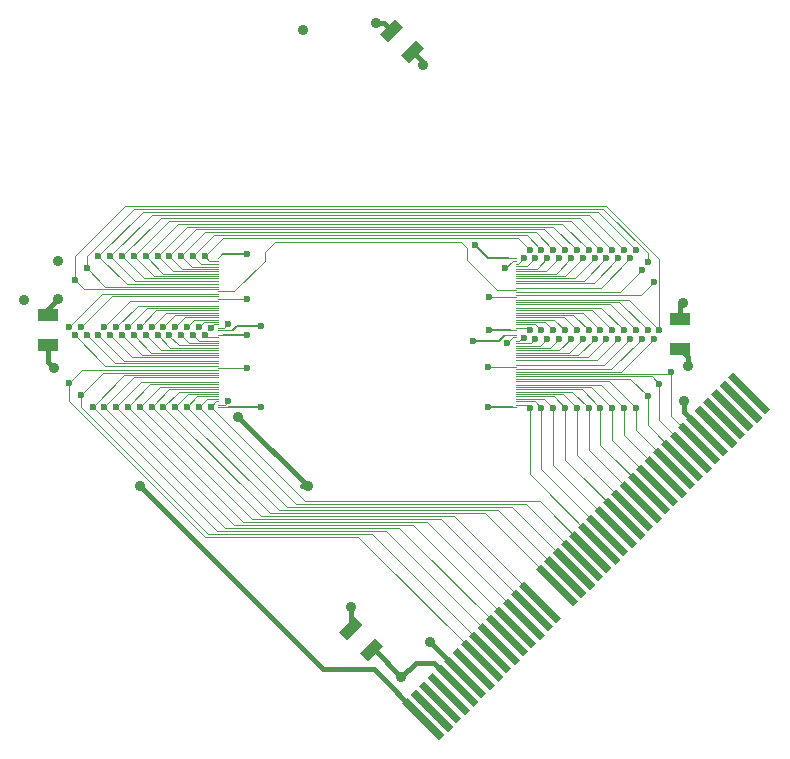
<source format=gtl>
G04 (created by PCBNEW-RS274X (2011-04-29 BZR 2986)-stable) date 6/8/2011 10:42:55 AM*
G01*
G70*
G90*
%MOIN*%
G04 Gerber Fmt 3.4, Leading zero omitted, Abs format*
%FSLAX34Y34*%
G04 APERTURE LIST*
%ADD10C,0.006000*%
%ADD11R,0.011800X0.004000*%
%ADD12R,0.070900X0.039400*%
%ADD13C,0.023600*%
%ADD14C,0.035000*%
%ADD15C,0.004000*%
%ADD16C,0.008000*%
%ADD17C,0.016000*%
G04 APERTURE END LIST*
G54D10*
G36*
X61397Y-32834D02*
X60158Y-31595D01*
X60327Y-31426D01*
X61566Y-32665D01*
X61397Y-32834D01*
X61397Y-32834D01*
G37*
G36*
X61675Y-32556D02*
X60436Y-31317D01*
X60605Y-31148D01*
X61844Y-32387D01*
X61675Y-32556D01*
X61675Y-32556D01*
G37*
G36*
X65851Y-28380D02*
X64612Y-27141D01*
X64781Y-26972D01*
X66020Y-28211D01*
X65851Y-28380D01*
X65851Y-28380D01*
G37*
G36*
X65573Y-28658D02*
X64334Y-27419D01*
X64503Y-27250D01*
X65742Y-28489D01*
X65573Y-28658D01*
X65573Y-28658D01*
G37*
G36*
X65295Y-28936D02*
X64056Y-27697D01*
X64225Y-27528D01*
X65464Y-28767D01*
X65295Y-28936D01*
X65295Y-28936D01*
G37*
G36*
X65016Y-29215D02*
X63777Y-27976D01*
X63946Y-27807D01*
X65185Y-29046D01*
X65016Y-29215D01*
X65016Y-29215D01*
G37*
G36*
X64738Y-29493D02*
X63499Y-28254D01*
X63668Y-28085D01*
X64907Y-29324D01*
X64738Y-29493D01*
X64738Y-29493D01*
G37*
G36*
X64180Y-30051D02*
X62941Y-28812D01*
X63110Y-28643D01*
X64349Y-29882D01*
X64180Y-30051D01*
X64180Y-30051D01*
G37*
G36*
X63903Y-30328D02*
X62664Y-29089D01*
X62833Y-28920D01*
X64072Y-30159D01*
X63903Y-30328D01*
X63903Y-30328D01*
G37*
G36*
X63624Y-30607D02*
X62385Y-29368D01*
X62554Y-29199D01*
X63793Y-30438D01*
X63624Y-30607D01*
X63624Y-30607D01*
G37*
G36*
X63345Y-30886D02*
X62106Y-29647D01*
X62275Y-29478D01*
X63514Y-30717D01*
X63345Y-30886D01*
X63345Y-30886D01*
G37*
G36*
X63067Y-31164D02*
X61828Y-29925D01*
X61997Y-29756D01*
X63236Y-30995D01*
X63067Y-31164D01*
X63067Y-31164D01*
G37*
G36*
X69470Y-24761D02*
X68231Y-23522D01*
X68400Y-23353D01*
X69639Y-24592D01*
X69470Y-24761D01*
X69470Y-24761D01*
G37*
G36*
X62789Y-31442D02*
X61550Y-30203D01*
X61719Y-30034D01*
X62958Y-31273D01*
X62789Y-31442D01*
X62789Y-31442D01*
G37*
G36*
X62510Y-31721D02*
X61271Y-30482D01*
X61440Y-30313D01*
X62679Y-31552D01*
X62510Y-31721D01*
X62510Y-31721D01*
G37*
G36*
X62232Y-31999D02*
X60993Y-30760D01*
X61162Y-30591D01*
X62401Y-31830D01*
X62232Y-31999D01*
X62232Y-31999D01*
G37*
G36*
X69192Y-25039D02*
X67953Y-23800D01*
X68122Y-23631D01*
X69361Y-24870D01*
X69192Y-25039D01*
X69192Y-25039D01*
G37*
G36*
X68913Y-25318D02*
X67674Y-24079D01*
X67843Y-23910D01*
X69082Y-25149D01*
X68913Y-25318D01*
X68913Y-25318D01*
G37*
G36*
X68635Y-25596D02*
X67396Y-24357D01*
X67565Y-24188D01*
X68804Y-25427D01*
X68635Y-25596D01*
X68635Y-25596D01*
G37*
G36*
X68357Y-25874D02*
X67118Y-24635D01*
X67287Y-24466D01*
X68526Y-25705D01*
X68357Y-25874D01*
X68357Y-25874D01*
G37*
G36*
X68078Y-26153D02*
X66839Y-24914D01*
X67008Y-24745D01*
X68247Y-25984D01*
X68078Y-26153D01*
X68078Y-26153D01*
G37*
G36*
X67800Y-26431D02*
X66561Y-25192D01*
X66730Y-25023D01*
X67969Y-26262D01*
X67800Y-26431D01*
X67800Y-26431D01*
G37*
G36*
X67521Y-26710D02*
X66282Y-25471D01*
X66451Y-25302D01*
X67690Y-26541D01*
X67521Y-26710D01*
X67521Y-26710D01*
G37*
G36*
X67243Y-26988D02*
X66004Y-25749D01*
X66173Y-25580D01*
X67412Y-26819D01*
X67243Y-26988D01*
X67243Y-26988D01*
G37*
G36*
X66964Y-27267D02*
X65725Y-26028D01*
X65894Y-25859D01*
X67133Y-27098D01*
X66964Y-27267D01*
X66964Y-27267D01*
G37*
G36*
X66686Y-27545D02*
X65447Y-26306D01*
X65616Y-26137D01*
X66855Y-27376D01*
X66686Y-27545D01*
X66686Y-27545D01*
G37*
G36*
X66408Y-27823D02*
X65169Y-26584D01*
X65338Y-26415D01*
X66577Y-27654D01*
X66408Y-27823D01*
X66408Y-27823D01*
G37*
G36*
X66130Y-28101D02*
X64891Y-26862D01*
X65060Y-26693D01*
X66299Y-27932D01*
X66130Y-28101D01*
X66130Y-28101D01*
G37*
G36*
X61954Y-32277D02*
X60715Y-31038D01*
X60884Y-30869D01*
X62123Y-32108D01*
X61954Y-32277D01*
X61954Y-32277D01*
G37*
G36*
X71140Y-23091D02*
X69901Y-21852D01*
X70070Y-21683D01*
X71309Y-22922D01*
X71140Y-23091D01*
X71140Y-23091D01*
G37*
G36*
X70305Y-23926D02*
X69066Y-22687D01*
X69235Y-22518D01*
X70474Y-23757D01*
X70305Y-23926D01*
X70305Y-23926D01*
G37*
G36*
X70584Y-23647D02*
X69345Y-22408D01*
X69514Y-22239D01*
X70753Y-23478D01*
X70584Y-23647D01*
X70584Y-23647D01*
G37*
G36*
X70862Y-23369D02*
X69623Y-22130D01*
X69792Y-21961D01*
X71031Y-23200D01*
X70862Y-23369D01*
X70862Y-23369D01*
G37*
G36*
X60284Y-33947D02*
X59045Y-32708D01*
X59214Y-32539D01*
X60453Y-33778D01*
X60284Y-33947D01*
X60284Y-33947D01*
G37*
G36*
X70027Y-24204D02*
X68788Y-22965D01*
X68957Y-22796D01*
X70196Y-24035D01*
X70027Y-24204D01*
X70027Y-24204D01*
G37*
G36*
X69749Y-24482D02*
X68510Y-23243D01*
X68679Y-23074D01*
X69918Y-24313D01*
X69749Y-24482D01*
X69749Y-24482D01*
G37*
G36*
X61119Y-33112D02*
X59880Y-31873D01*
X60049Y-31704D01*
X61288Y-32943D01*
X61119Y-33112D01*
X61119Y-33112D01*
G37*
G36*
X60840Y-33391D02*
X59601Y-32152D01*
X59770Y-31983D01*
X61009Y-33222D01*
X60840Y-33391D01*
X60840Y-33391D01*
G37*
G36*
X60561Y-33670D02*
X59322Y-32431D01*
X59491Y-32262D01*
X60730Y-33501D01*
X60561Y-33670D01*
X60561Y-33670D01*
G37*
G54D11*
X62845Y-20446D03*
X62845Y-20525D03*
X62845Y-20643D03*
X62845Y-20722D03*
X62845Y-20800D03*
X62845Y-20879D03*
X62846Y-20958D03*
X62845Y-21037D03*
X62845Y-21115D03*
X62845Y-21194D03*
X62845Y-21274D03*
X62845Y-21430D03*
X62845Y-21509D03*
X62845Y-21588D03*
X62845Y-21666D03*
X62845Y-21745D03*
X62845Y-21824D03*
X62845Y-21903D03*
X62845Y-21981D03*
X62845Y-22100D03*
X62845Y-22178D03*
X62845Y-22257D03*
X62846Y-22336D03*
X62845Y-22415D03*
X62845Y-22493D03*
X62845Y-22572D03*
X62845Y-22651D03*
X62845Y-22769D03*
X62845Y-22848D03*
X62845Y-17887D03*
X62845Y-17966D03*
X62845Y-18084D03*
X62845Y-18163D03*
X62845Y-18241D03*
X62845Y-18320D03*
X62845Y-18398D03*
X62845Y-18478D03*
X62845Y-18556D03*
X62845Y-18635D03*
X62845Y-18714D03*
X62845Y-18871D03*
X62845Y-18950D03*
X62845Y-19029D03*
X62845Y-19107D03*
X62845Y-19186D03*
X62845Y-19265D03*
X62845Y-19344D03*
X62845Y-19422D03*
X62845Y-19541D03*
X62845Y-19619D03*
X62845Y-19698D03*
X62846Y-19777D03*
X62845Y-19855D03*
X62845Y-19934D03*
X62845Y-20013D03*
X62845Y-20091D03*
X62845Y-20210D03*
X62845Y-20289D03*
X52910Y-22844D03*
X52910Y-22765D03*
X52910Y-22647D03*
X52910Y-22568D03*
X52910Y-22489D03*
X52910Y-22411D03*
X52910Y-22332D03*
X52910Y-22253D03*
X52910Y-22174D03*
X52910Y-22096D03*
X52910Y-22017D03*
X52910Y-21859D03*
X52910Y-21781D03*
X52910Y-21702D03*
X52910Y-21623D03*
X52910Y-21545D03*
X52910Y-21466D03*
X52910Y-21387D03*
X52910Y-21308D03*
X52910Y-21190D03*
X52910Y-21111D03*
X52910Y-21033D03*
X52910Y-20954D03*
X52910Y-20875D03*
X52910Y-20796D03*
X52910Y-20718D03*
X52910Y-20639D03*
X52910Y-20521D03*
X52910Y-20442D03*
X52910Y-20293D03*
X52910Y-20214D03*
X52910Y-20096D03*
X52910Y-20017D03*
X52910Y-19938D03*
X52910Y-19859D03*
X52910Y-19781D03*
X52910Y-19702D03*
X52910Y-19623D03*
X52910Y-19545D03*
X52910Y-19466D03*
X52910Y-19308D03*
X52910Y-19230D03*
X52910Y-19151D03*
X52910Y-19072D03*
X52910Y-18993D03*
X52910Y-18915D03*
X52910Y-18836D03*
X52910Y-18757D03*
X52910Y-18639D03*
X52910Y-18560D03*
X52910Y-18482D03*
X52910Y-18403D03*
X52910Y-18324D03*
X52910Y-18245D03*
X52910Y-18167D03*
X52910Y-18088D03*
X52910Y-17970D03*
X52910Y-17891D03*
G54D12*
X47244Y-20768D03*
X47244Y-19784D03*
G54D10*
G36*
X58415Y-30812D02*
X57914Y-31313D01*
X57635Y-31034D01*
X58136Y-30533D01*
X58415Y-30812D01*
X58415Y-30812D01*
G37*
G36*
X57719Y-30116D02*
X57218Y-30617D01*
X56939Y-30338D01*
X57440Y-29837D01*
X57719Y-30116D01*
X57719Y-30116D01*
G37*
G36*
X59766Y-10883D02*
X59265Y-11384D01*
X58986Y-11105D01*
X59487Y-10604D01*
X59766Y-10883D01*
X59766Y-10883D01*
G37*
G36*
X59070Y-10187D02*
X58569Y-10688D01*
X58290Y-10409D01*
X58791Y-09908D01*
X59070Y-10187D01*
X59070Y-10187D01*
G37*
G54D12*
X68307Y-19921D03*
X68307Y-20905D03*
G54D13*
X67224Y-18012D03*
X67224Y-22480D03*
X48524Y-20453D03*
X48524Y-18209D03*
X67224Y-20295D03*
X66831Y-17618D03*
X66831Y-22874D03*
X48917Y-17815D03*
X48917Y-20453D03*
X66831Y-20295D03*
X67618Y-22087D03*
X67618Y-20295D03*
X48130Y-20453D03*
X48130Y-18602D03*
X66437Y-17618D03*
X66437Y-22874D03*
X49311Y-17815D03*
X49311Y-20453D03*
X66437Y-20295D03*
X65846Y-17894D03*
X65846Y-20571D03*
X49902Y-20177D03*
X49902Y-22835D03*
X65059Y-17894D03*
X65059Y-20571D03*
X50689Y-20177D03*
X50689Y-22835D03*
X53878Y-17756D03*
X53858Y-20433D03*
X61909Y-22854D03*
X61929Y-20295D03*
G54D14*
X47559Y-19252D03*
X57343Y-29528D03*
X68583Y-21476D03*
X68445Y-22657D03*
X58169Y-10059D03*
X55748Y-10295D03*
G54D13*
X63878Y-17894D03*
X63878Y-20571D03*
X51870Y-20177D03*
X51870Y-22835D03*
X64272Y-17894D03*
X64272Y-20571D03*
X51476Y-20177D03*
X51476Y-22835D03*
X63287Y-17618D03*
X63287Y-20295D03*
X63287Y-22874D03*
X52461Y-20453D03*
X52461Y-17815D03*
X63091Y-17894D03*
X63091Y-20531D03*
X52657Y-22835D03*
X52657Y-20217D03*
X65453Y-17894D03*
X65453Y-20571D03*
X50295Y-20177D03*
X50295Y-22835D03*
X48720Y-22835D03*
X66634Y-17894D03*
X49114Y-20177D03*
X49114Y-22835D03*
X66634Y-20571D03*
X68012Y-21693D03*
X53858Y-19232D03*
X53858Y-21535D03*
X61909Y-21516D03*
X61929Y-19193D03*
X48327Y-20177D03*
X48327Y-22441D03*
X67028Y-20571D03*
X67028Y-18287D03*
X47933Y-20177D03*
X47933Y-22047D03*
X67421Y-20571D03*
X67421Y-18681D03*
X63484Y-17894D03*
X63484Y-20571D03*
X52264Y-20177D03*
X52264Y-22835D03*
X65256Y-17618D03*
X65256Y-20295D03*
X65256Y-22874D03*
X50492Y-17815D03*
X50492Y-20453D03*
X65650Y-17618D03*
X65650Y-20295D03*
X65650Y-22874D03*
X50098Y-20453D03*
X50098Y-17815D03*
X66043Y-17618D03*
X66043Y-20295D03*
X66043Y-22874D03*
X49705Y-17815D03*
X49705Y-20453D03*
X64469Y-17618D03*
X64469Y-20295D03*
X64469Y-22874D03*
X51280Y-17815D03*
X51280Y-20453D03*
X64862Y-17618D03*
X64862Y-20295D03*
X64862Y-22874D03*
X50886Y-20453D03*
X50886Y-17815D03*
X63681Y-17618D03*
X63681Y-20295D03*
X63681Y-22874D03*
X52067Y-17815D03*
X52067Y-20453D03*
X64075Y-17618D03*
X64075Y-20295D03*
X64075Y-22874D03*
X51673Y-17815D03*
X51673Y-20453D03*
X64665Y-17894D03*
X64665Y-20571D03*
X51083Y-20177D03*
X51083Y-22835D03*
X54331Y-20157D03*
X61417Y-20630D03*
X61476Y-17461D03*
G54D14*
X46437Y-19272D03*
X47421Y-21535D03*
X59016Y-31850D03*
G54D13*
X54331Y-22835D03*
G54D14*
X53583Y-23189D03*
X50295Y-25492D03*
X55906Y-25492D03*
G54D13*
X53248Y-20079D03*
X62539Y-20728D03*
X62480Y-18209D03*
G54D14*
X59961Y-30689D03*
X47579Y-17972D03*
X68386Y-19370D03*
X59724Y-11457D03*
G54D13*
X53248Y-22638D03*
X66240Y-17894D03*
X66240Y-20571D03*
X49508Y-20177D03*
X49508Y-22835D03*
G54D15*
X48524Y-17815D02*
X48524Y-18209D01*
X50099Y-16240D02*
X48524Y-17815D01*
X65748Y-16240D02*
X50099Y-16240D01*
X67224Y-17716D02*
X65748Y-16240D01*
X67224Y-18012D02*
X67224Y-17716D01*
X67224Y-22480D02*
X67224Y-23460D01*
X67224Y-23460D02*
X68378Y-24614D01*
X66647Y-21903D02*
X67224Y-22480D01*
X66647Y-21903D02*
X62845Y-21903D01*
X49458Y-21387D02*
X48524Y-20453D01*
X49458Y-21387D02*
X52910Y-21387D01*
X52910Y-18836D02*
X49151Y-18836D01*
X49151Y-18836D02*
X48524Y-18209D01*
X62845Y-19344D02*
X66273Y-19344D01*
X66273Y-19344D02*
X67224Y-20295D01*
X50393Y-16339D02*
X48917Y-17815D01*
X65552Y-16339D02*
X50393Y-16339D01*
X66831Y-17618D02*
X65552Y-16339D01*
X66831Y-22874D02*
X66831Y-23623D01*
X66831Y-23623D02*
X68100Y-24892D01*
X65938Y-21981D02*
X66831Y-22874D01*
X65938Y-21981D02*
X62845Y-21981D01*
X49772Y-21308D02*
X48917Y-20453D01*
X52910Y-21308D02*
X49772Y-21308D01*
X49859Y-18757D02*
X48917Y-17815D01*
X49859Y-18757D02*
X52910Y-18757D01*
X62845Y-19422D02*
X65958Y-19422D01*
X65958Y-19422D02*
X66831Y-20295D01*
X67618Y-20295D02*
X67618Y-17914D01*
X48130Y-17815D02*
X48130Y-18602D01*
X49803Y-16142D02*
X48130Y-17815D01*
X65846Y-16142D02*
X49803Y-16142D01*
X67618Y-17914D02*
X65846Y-16142D01*
X67618Y-22087D02*
X67618Y-23296D01*
X67618Y-23296D02*
X68657Y-24335D01*
X67355Y-21824D02*
X67618Y-22087D01*
X62845Y-21824D02*
X67355Y-21824D01*
X66588Y-19265D02*
X67618Y-20295D01*
X66588Y-19265D02*
X62845Y-19265D01*
X49143Y-21466D02*
X52910Y-21466D01*
X49143Y-21466D02*
X48130Y-20453D01*
X52910Y-18915D02*
X48443Y-18915D01*
X48443Y-18915D02*
X48130Y-18602D01*
X50689Y-16437D02*
X49311Y-17815D01*
X65256Y-16437D02*
X50689Y-16437D01*
X66437Y-17618D02*
X65256Y-16437D01*
X66437Y-22874D02*
X66437Y-23785D01*
X66437Y-23785D02*
X67822Y-25170D01*
X65663Y-22100D02*
X66437Y-22874D01*
X65663Y-22100D02*
X62845Y-22100D01*
X50048Y-21190D02*
X49311Y-20453D01*
X52910Y-21190D02*
X50048Y-21190D01*
X50135Y-18639D02*
X49311Y-17815D01*
X50135Y-18639D02*
X52910Y-18639D01*
X62845Y-19541D02*
X65683Y-19541D01*
X65683Y-19541D02*
X66437Y-20295D01*
X49902Y-22835D02*
X53740Y-26673D01*
X59859Y-26673D02*
X63089Y-29903D01*
X53740Y-26673D02*
X59859Y-26673D01*
X65223Y-21194D02*
X65846Y-20571D01*
X62845Y-21194D02*
X65223Y-21194D01*
X65105Y-18635D02*
X65846Y-17894D01*
X65105Y-18635D02*
X62845Y-18635D01*
X50534Y-19545D02*
X49902Y-20177D01*
X50534Y-19545D02*
X52910Y-19545D01*
X52910Y-22096D02*
X50641Y-22096D01*
X50641Y-22096D02*
X49902Y-22835D01*
X50689Y-22835D02*
X54330Y-26476D01*
X60774Y-26476D02*
X63645Y-29347D01*
X54330Y-26476D02*
X60774Y-26476D01*
X64593Y-21037D02*
X65059Y-20571D01*
X62845Y-21037D02*
X64593Y-21037D01*
X64475Y-18478D02*
X65059Y-17894D01*
X64475Y-18478D02*
X62845Y-18478D01*
X51164Y-19702D02*
X50689Y-20177D01*
X51164Y-19702D02*
X52910Y-19702D01*
X52910Y-22253D02*
X51271Y-22253D01*
X51271Y-22253D02*
X50689Y-22835D01*
X52910Y-17891D02*
X53045Y-17756D01*
G54D16*
X53045Y-17756D02*
X53878Y-17756D01*
G54D15*
X52910Y-20442D02*
X53062Y-20442D01*
X53849Y-20442D02*
X53858Y-20433D01*
G54D16*
X53062Y-20442D02*
X53849Y-20442D01*
G54D15*
X62845Y-22848D02*
X62723Y-22848D01*
X61915Y-22848D02*
X61909Y-22854D01*
G54D16*
X62723Y-22848D02*
X61915Y-22848D01*
G54D15*
X62845Y-20289D02*
X62683Y-20289D01*
X61935Y-20289D02*
X61929Y-20295D01*
G54D16*
X62683Y-20289D02*
X61935Y-20289D01*
G54D17*
X47244Y-19784D02*
X47244Y-19567D01*
X47244Y-19567D02*
X47559Y-19252D01*
X57329Y-30227D02*
X57329Y-29542D01*
X57329Y-29542D02*
X57343Y-29528D01*
X68307Y-20905D02*
X68583Y-21181D01*
X68583Y-21181D02*
X68583Y-21476D01*
X69214Y-23778D02*
X68445Y-23009D01*
X68445Y-23009D02*
X68445Y-22657D01*
X58680Y-10298D02*
X58441Y-10059D01*
X58441Y-10059D02*
X58169Y-10059D01*
G54D15*
X51870Y-22835D02*
X55216Y-26181D01*
X62709Y-26181D02*
X64760Y-28232D01*
X55216Y-26181D02*
X62709Y-26181D01*
X63649Y-20800D02*
X63878Y-20571D01*
X62845Y-20800D02*
X63649Y-20800D01*
X63531Y-18241D02*
X63878Y-17894D01*
X63531Y-18241D02*
X62845Y-18241D01*
X52109Y-19938D02*
X51870Y-20177D01*
X52109Y-19938D02*
X52910Y-19938D01*
X52910Y-22489D02*
X52216Y-22489D01*
X52216Y-22489D02*
X51870Y-22835D01*
X51476Y-22835D02*
X54921Y-26280D01*
X62250Y-26280D02*
X64481Y-28511D01*
X54921Y-26280D02*
X62250Y-26280D01*
X63964Y-20879D02*
X64272Y-20571D01*
X62845Y-20879D02*
X63964Y-20879D01*
X63846Y-18320D02*
X64272Y-17894D01*
X63846Y-18320D02*
X62845Y-18320D01*
X51794Y-19859D02*
X51476Y-20177D01*
X51794Y-19859D02*
X52910Y-19859D01*
X52910Y-22411D02*
X51900Y-22411D01*
X51900Y-22411D02*
X51476Y-22835D01*
X53052Y-17224D02*
X52461Y-17815D01*
X62893Y-17224D02*
X53052Y-17224D01*
X63287Y-17618D02*
X62893Y-17224D01*
X63287Y-22874D02*
X63287Y-25089D01*
X63287Y-25089D02*
X65595Y-27397D01*
X63202Y-20210D02*
X63287Y-20295D01*
X62845Y-20210D02*
X63202Y-20210D01*
X63182Y-22769D02*
X63287Y-22874D01*
X63182Y-22769D02*
X62845Y-22769D01*
X52529Y-20521D02*
X52910Y-20521D01*
X52529Y-20521D02*
X52461Y-20453D01*
X52910Y-17970D02*
X52616Y-17970D01*
X52616Y-17970D02*
X52461Y-17815D01*
X52657Y-22835D02*
X55806Y-25984D01*
X63624Y-25984D02*
X65316Y-27676D01*
X55806Y-25984D02*
X63624Y-25984D01*
X62901Y-18084D02*
X63091Y-17894D01*
X62901Y-18084D02*
X62845Y-18084D01*
X62940Y-20643D02*
X63091Y-20531D01*
X62845Y-20643D02*
X62940Y-20643D01*
X52910Y-22647D02*
X52845Y-22647D01*
X52845Y-22647D02*
X52657Y-22835D01*
X52778Y-20096D02*
X52657Y-20217D01*
X52778Y-20096D02*
X52910Y-20096D01*
X50295Y-22835D02*
X54035Y-26575D01*
X60319Y-26575D02*
X63368Y-29624D01*
X54035Y-26575D02*
X60319Y-26575D01*
X64909Y-21115D02*
X65453Y-20571D01*
X62845Y-21115D02*
X64909Y-21115D01*
X64791Y-18556D02*
X65453Y-17894D01*
X64791Y-18556D02*
X62845Y-18556D01*
X50849Y-19623D02*
X50295Y-20177D01*
X50849Y-19623D02*
X52910Y-19623D01*
X52910Y-22174D02*
X50956Y-22174D01*
X50956Y-22174D02*
X50295Y-22835D01*
X49774Y-21781D02*
X48720Y-22835D01*
X48720Y-22835D02*
X52854Y-26969D01*
X58485Y-26969D02*
X62254Y-30738D01*
X52854Y-26969D02*
X58485Y-26969D01*
X52910Y-21781D02*
X49774Y-21781D01*
X49114Y-22835D02*
X53149Y-26870D01*
X58942Y-26870D02*
X62532Y-30460D01*
X53149Y-26870D02*
X58942Y-26870D01*
X65657Y-18871D02*
X66634Y-17894D01*
X65657Y-18871D02*
X62845Y-18871D01*
X49983Y-19308D02*
X52910Y-19308D01*
X49983Y-19308D02*
X49114Y-20177D01*
X50090Y-21859D02*
X49114Y-22835D01*
X52910Y-21859D02*
X50090Y-21859D01*
X62845Y-21430D02*
X65775Y-21430D01*
X65775Y-21430D02*
X66634Y-20571D01*
X68012Y-21693D02*
X68012Y-23134D01*
X67960Y-21745D02*
X68012Y-21693D01*
X62845Y-21745D02*
X67960Y-21745D01*
X68012Y-23134D02*
X68935Y-24057D01*
X52910Y-21545D02*
X53848Y-21545D01*
X53856Y-19230D02*
X52910Y-19230D01*
X53858Y-19232D02*
X53856Y-19230D01*
X53848Y-21545D02*
X53858Y-21535D01*
X52910Y-18993D02*
X53448Y-18993D01*
X62198Y-18950D02*
X62845Y-18950D01*
X61201Y-17953D02*
X62198Y-18950D01*
X61201Y-17540D02*
X61201Y-17953D01*
X61004Y-17343D02*
X61201Y-17540D01*
X54803Y-17343D02*
X61004Y-17343D01*
X54469Y-17677D02*
X54803Y-17343D01*
X54469Y-17972D02*
X54469Y-17677D01*
X53448Y-18993D02*
X54469Y-17972D01*
X62845Y-19186D02*
X61936Y-19186D01*
X61916Y-21509D02*
X62845Y-21509D01*
X61909Y-21516D02*
X61916Y-21509D01*
X61936Y-19186D02*
X61929Y-19193D01*
X48327Y-22441D02*
X48327Y-22835D01*
X58025Y-27067D02*
X61975Y-31017D01*
X52559Y-27067D02*
X58025Y-27067D01*
X48327Y-22835D02*
X52559Y-27067D01*
X52910Y-19151D02*
X49353Y-19151D01*
X49353Y-19151D02*
X48327Y-20177D01*
X49066Y-21702D02*
X48327Y-22441D01*
X49066Y-21702D02*
X52910Y-21702D01*
X66011Y-21588D02*
X67028Y-20571D01*
X62845Y-21588D02*
X66011Y-21588D01*
X66286Y-19029D02*
X67028Y-18287D01*
X66286Y-19029D02*
X62845Y-19029D01*
X47933Y-22047D02*
X47933Y-22638D01*
X57567Y-27165D02*
X61697Y-31295D01*
X52460Y-27165D02*
X57567Y-27165D01*
X47933Y-22638D02*
X52460Y-27165D01*
X52910Y-19072D02*
X49038Y-19072D01*
X49038Y-19072D02*
X47933Y-20177D01*
X48357Y-21623D02*
X47933Y-22047D01*
X48357Y-21623D02*
X52910Y-21623D01*
X66326Y-21666D02*
X67421Y-20571D01*
X62845Y-21666D02*
X66326Y-21666D01*
X66995Y-19107D02*
X67421Y-18681D01*
X66995Y-19107D02*
X62845Y-19107D01*
X52264Y-22835D02*
X55512Y-26083D01*
X63167Y-26083D02*
X65038Y-27954D01*
X55512Y-26083D02*
X63167Y-26083D01*
X63215Y-18163D02*
X62845Y-18163D01*
X63215Y-18163D02*
X63484Y-17894D01*
X63333Y-20722D02*
X63484Y-20571D01*
X62845Y-20722D02*
X63333Y-20722D01*
X52424Y-20017D02*
X52264Y-20177D01*
X52424Y-20017D02*
X52910Y-20017D01*
X52910Y-22568D02*
X52531Y-22568D01*
X52531Y-22568D02*
X52264Y-22835D01*
X51575Y-16732D02*
X50492Y-17815D01*
X64370Y-16732D02*
X51575Y-16732D01*
X65256Y-17618D02*
X64370Y-16732D01*
X65256Y-22874D02*
X65256Y-24276D01*
X65256Y-24276D02*
X66986Y-26006D01*
X64738Y-19777D02*
X65256Y-20295D01*
X62846Y-19777D02*
X64738Y-19777D01*
X64718Y-22336D02*
X65256Y-22874D01*
X64718Y-22336D02*
X62846Y-22336D01*
X52910Y-20954D02*
X50993Y-20954D01*
X50993Y-20954D02*
X50492Y-20453D01*
X51080Y-18403D02*
X50492Y-17815D01*
X51080Y-18403D02*
X52910Y-18403D01*
X51279Y-16634D02*
X50098Y-17815D01*
X64666Y-16634D02*
X51279Y-16634D01*
X65650Y-17618D02*
X64666Y-16634D01*
X65650Y-22874D02*
X65650Y-24112D01*
X65650Y-24112D02*
X67265Y-25727D01*
X65053Y-19698D02*
X65650Y-20295D01*
X62845Y-19698D02*
X65053Y-19698D01*
X65033Y-22257D02*
X65650Y-22874D01*
X65033Y-22257D02*
X62845Y-22257D01*
X50678Y-21033D02*
X50098Y-20453D01*
X50678Y-21033D02*
X52910Y-21033D01*
X52910Y-18482D02*
X50765Y-18482D01*
X50765Y-18482D02*
X50098Y-17815D01*
X50985Y-16535D02*
X49705Y-17815D01*
X64960Y-16535D02*
X50985Y-16535D01*
X66043Y-17618D02*
X64960Y-16535D01*
X66043Y-22874D02*
X66043Y-23949D01*
X66043Y-23949D02*
X67543Y-25449D01*
X65367Y-19619D02*
X66043Y-20295D01*
X62845Y-19619D02*
X65367Y-19619D01*
X65347Y-22178D02*
X66043Y-22874D01*
X65347Y-22178D02*
X62845Y-22178D01*
X52910Y-21111D02*
X50363Y-21111D01*
X50363Y-21111D02*
X49705Y-20453D01*
X50450Y-18560D02*
X49705Y-17815D01*
X50450Y-18560D02*
X52910Y-18560D01*
X52166Y-16929D02*
X51280Y-17815D01*
X63780Y-16929D02*
X52166Y-16929D01*
X64469Y-17618D02*
X63780Y-16929D01*
X64469Y-22874D02*
X64469Y-24603D01*
X64469Y-24603D02*
X66429Y-26563D01*
X64108Y-19934D02*
X64469Y-20295D01*
X62845Y-19934D02*
X64108Y-19934D01*
X64088Y-22493D02*
X64469Y-22874D01*
X64088Y-22493D02*
X62845Y-22493D01*
X51280Y-20472D02*
X51280Y-20453D01*
X51604Y-20796D02*
X51280Y-20472D01*
X52910Y-20796D02*
X51604Y-20796D01*
X51710Y-18245D02*
X51280Y-17815D01*
X51710Y-18245D02*
X52910Y-18245D01*
X51870Y-16831D02*
X50886Y-17815D01*
X64075Y-16831D02*
X51870Y-16831D01*
X64862Y-17618D02*
X64075Y-16831D01*
X64862Y-22874D02*
X64862Y-24438D01*
X64862Y-24438D02*
X66708Y-26284D01*
X64422Y-19855D02*
X64862Y-20295D01*
X62845Y-19855D02*
X64422Y-19855D01*
X64403Y-22415D02*
X64862Y-22874D01*
X64403Y-22415D02*
X62845Y-22415D01*
X51308Y-20875D02*
X52910Y-20875D01*
X51308Y-20875D02*
X50886Y-20453D01*
X52910Y-18324D02*
X51395Y-18324D01*
X51395Y-18324D02*
X50886Y-17815D01*
X52756Y-17126D02*
X52067Y-17815D01*
X63189Y-17126D02*
X52756Y-17126D01*
X63681Y-17618D02*
X63189Y-17126D01*
X63681Y-22874D02*
X63681Y-24927D01*
X63681Y-24927D02*
X65873Y-27119D01*
X63477Y-20091D02*
X63681Y-20295D01*
X62845Y-20091D02*
X63477Y-20091D01*
X63458Y-22651D02*
X63681Y-22874D01*
X63458Y-22651D02*
X62845Y-22651D01*
X52253Y-20639D02*
X52067Y-20453D01*
X52910Y-20639D02*
X52253Y-20639D01*
X52340Y-18088D02*
X52067Y-17815D01*
X52340Y-18088D02*
X52910Y-18088D01*
X52460Y-17028D02*
X51673Y-17815D01*
X63485Y-17028D02*
X52460Y-17028D01*
X64075Y-17618D02*
X63485Y-17028D01*
X64075Y-22874D02*
X64075Y-24765D01*
X64075Y-24765D02*
X66151Y-26841D01*
X63793Y-20013D02*
X64075Y-20295D01*
X62845Y-20013D02*
X63793Y-20013D01*
X63773Y-22572D02*
X64075Y-22874D01*
X63773Y-22572D02*
X62845Y-22572D01*
X51938Y-20718D02*
X52910Y-20718D01*
X51938Y-20718D02*
X51673Y-20453D01*
X52910Y-18167D02*
X52025Y-18167D01*
X52025Y-18167D02*
X51673Y-17815D01*
X51083Y-22835D02*
X54626Y-26378D01*
X61792Y-26378D02*
X64203Y-28789D01*
X54626Y-26378D02*
X61792Y-26378D01*
X64278Y-20958D02*
X64665Y-20571D01*
X62846Y-20958D02*
X64278Y-20958D01*
X64161Y-18398D02*
X64665Y-17894D01*
X64161Y-18398D02*
X62845Y-18398D01*
X51479Y-19781D02*
X51083Y-20177D01*
X51479Y-19781D02*
X52910Y-19781D01*
X52910Y-22332D02*
X51586Y-22332D01*
X51586Y-22332D02*
X51083Y-22835D01*
X52910Y-20293D02*
X53388Y-20293D01*
G54D16*
X53524Y-20157D02*
X54331Y-20157D01*
X53388Y-20293D02*
X53524Y-20157D01*
G54D15*
X62845Y-20446D02*
X62467Y-20446D01*
G54D16*
X62283Y-20630D02*
X61417Y-20630D01*
X62467Y-20446D02*
X62283Y-20630D01*
G54D15*
X62845Y-17887D02*
X62611Y-17887D01*
G54D16*
X61902Y-17887D02*
X61476Y-17461D01*
X62611Y-17887D02*
X61902Y-17887D01*
G54D17*
X47244Y-20768D02*
X47244Y-21358D01*
X47244Y-21358D02*
X47421Y-21535D01*
X58025Y-30923D02*
X58089Y-30923D01*
X60110Y-31378D02*
X59488Y-31378D01*
X59488Y-31378D02*
X59016Y-31850D01*
X60110Y-31378D02*
X60862Y-32130D01*
X58089Y-30923D02*
X59016Y-31850D01*
G54D16*
X53239Y-22844D02*
X54322Y-22844D01*
G54D15*
X52910Y-22844D02*
X53239Y-22844D01*
X54322Y-22844D02*
X54331Y-22835D01*
G54D17*
X55906Y-25492D02*
X53583Y-23169D01*
X53583Y-23169D02*
X53583Y-23189D01*
X58100Y-31594D02*
X59749Y-33243D01*
X56397Y-31594D02*
X58100Y-31594D01*
X50295Y-25492D02*
X56397Y-31594D01*
X55708Y-25492D02*
X55906Y-25492D01*
G54D15*
X52910Y-20214D02*
X53113Y-20214D01*
X53113Y-20214D02*
X53248Y-20079D01*
X62845Y-20525D02*
X62742Y-20525D01*
X62742Y-20525D02*
X62539Y-20728D01*
X62845Y-17966D02*
X62723Y-17966D01*
X62723Y-17966D02*
X62480Y-18209D01*
G54D17*
X61140Y-31852D02*
X59977Y-30689D01*
X59977Y-30689D02*
X59961Y-30689D01*
X68307Y-19921D02*
X68307Y-19449D01*
X68307Y-19449D02*
X68386Y-19370D01*
X59376Y-10994D02*
X59724Y-11342D01*
X59724Y-11342D02*
X59724Y-11457D01*
G54D15*
X52910Y-22765D02*
X53121Y-22765D01*
X53121Y-22765D02*
X53248Y-22638D01*
X49508Y-22835D02*
X53445Y-26772D01*
X59400Y-26772D02*
X62810Y-30182D01*
X53445Y-26772D02*
X59400Y-26772D01*
X65537Y-21274D02*
X66240Y-20571D01*
X62845Y-21274D02*
X65537Y-21274D01*
X65420Y-18714D02*
X66240Y-17894D01*
X65420Y-18714D02*
X62845Y-18714D01*
X50219Y-19466D02*
X49508Y-20177D01*
X50219Y-19466D02*
X52910Y-19466D01*
X52910Y-22017D02*
X50326Y-22017D01*
X50326Y-22017D02*
X49508Y-22835D01*
M02*

</source>
